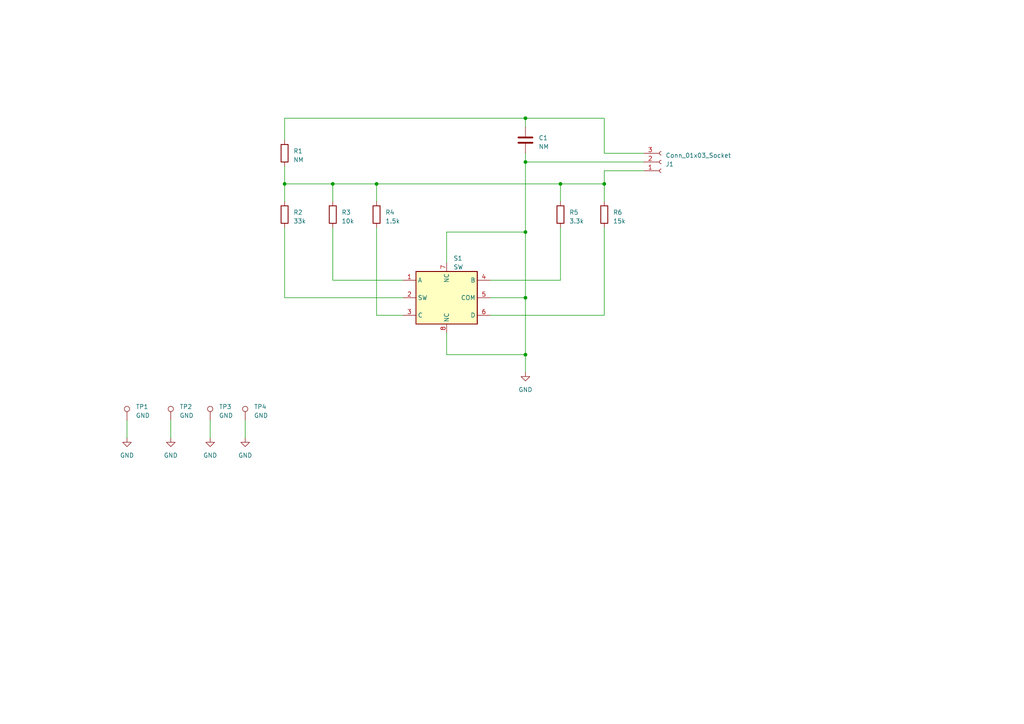
<source format=kicad_sch>
(kicad_sch (version 20230121) (generator eeschema)
  (paper "A4")
  (lib_symbols
    (symbol "Connector:Conn_01x03_Socket" (pin_names (offset 1.016) hide)
      (property "Reference" "J" (at 0 5.08 0))
      (property "Value" "Conn_01x03_Socket" (at 0 -5.08 0))
      (symbol "Conn_01x03_Socket_1_1"
        (arc (start 0 -2.032) (mid -0.5058 -2.54) (end 0 -3.048) (stroke (width 0.1524)))
        (polyline (pts (xy -1.27 -2.54) (xy -0.508 -2.54)) (stroke (width 0.1524)))
        (polyline (pts (xy -1.27 0) (xy -0.508 0)) (stroke (width 0.1524)))
        (polyline (pts (xy -1.27 2.54) (xy -0.508 2.54)) (stroke (width 0.1524)))
        (arc (start 0 0.508) (mid -0.5058 0) (end 0 -0.508) (stroke (width 0.1524)))
        (arc (start 0 3.048) (mid -0.5058 2.54) (end 0 2.032) (stroke (width 0.1524)))
        (pin passive line (at -5.08 2.54 0) (length 3.81) (name "Pin_1") (number "1"))
        (pin passive line (at -5.08 0 0) (length 3.81) (name "Pin_2") (number "2"))
        (pin passive line (at -5.08 -2.54 0) (length 3.81) (name "Pin_3") (number "3"))
      )
    )
    (symbol "Connector:TestPoint" (pin_numbers hide) (pin_names (offset 0.762) hide)
      (property "Reference" "TP" (at 0 6.858 0))
      (property "Value" "TestPoint" (at 0 5.08 0))
      (symbol "TestPoint_0_1"
        (circle (center 0 3.302) (radius 0.762))
      )
      (symbol "TestPoint_1_1"
        (pin passive line (at 0 0 90) (length 2.54) (name "1") (number "1"))
      )
    )
    (symbol "Device:C" (pin_numbers hide) (pin_names (offset 0.254))
      (property "Reference" "C" (at 0.635 2.54 0))
      (property "Value" "C" (at 0.635 -2.54 0))
      (symbol "C_0_1"
        (polyline (pts (xy -2.032 -0.762) (xy 2.032 -0.762)) (stroke (width 0.508)))
        (polyline (pts (xy -2.032 0.762) (xy 2.032 0.762)) (stroke (width 0.508)))
      )
      (symbol "C_1_1"
        (pin passive line (at 0 3.81 270) (length 2.794) (name "~") (number "1"))
        (pin passive line (at 0 -3.81 90) (length 2.794) (name "~") (number "2"))
      )
    )
    (symbol "Device:R" (pin_numbers hide) (pin_names (offset 0))
      (property "Reference" "R" (at 2.032 0 90))
      (property "Value" "R" (at 0 0 90))
      (symbol "R_0_1"
        (rectangle (start -1.016 -2.54) (end 1.016 2.54) (stroke (width 0.254)))
      )
      (symbol "R_1_1"
        (pin passive line (at 0 3.81 270) (length 1.27) (name "~") (number "1"))
        (pin passive line (at 0 -3.81 90) (length 1.27) (name "~") (number "2"))
      )
    )
    (symbol "power:GND" (power) (pin_names (offset 0))
      (property "Value" "GND" (at 0 -3.81 0))
      (symbol "GND_0_1"
        (polyline (pts (xy 0 0) (xy 0 -1.27) (xy 1.27 -1.27) (xy 0 -2.54) (xy -1.27 -1.27) (xy 0 -1.27)))
      )
      (symbol "GND_1_1"
        (pin power_in line (at 0 0 270) (length 0) hide (name "GND") (number "1"))
      )
    )
    (symbol "usr_Library:SKRHAAE010"
      (property "Reference" "U" (at -10.16 8.89 0))
      (property "Value" "SW" (at 2.54 8.89 0))
      (symbol "SKRHAAE010_0_1"
        (rectangle (start -8.89 7.62) (end 8.89 -7.62) (stroke (width 0.254)) (fill (type background)))
        (rectangle (start -8.89 7.62) (end 8.89 -7.62) (stroke (width 0.254)) (fill (type background)))
      )
      (symbol "SKRHAAE010_1_0"
        (pin input line (at 0 10.16 270) (length 2.54) (name "NC") (number "7"))
        (pin input line (at 0 -10.16 90) (length 2.54) (name "NC") (number "8"))
      )
      (symbol "SKRHAAE010_1_1"
        (pin output line (at -12.7 5.08 0) (length 3.81) (name "A") (number "1"))
        (pin output line (at -12.7 0 0) (length 3.81) (name "SW") (number "2"))
        (pin output line (at -12.7 -5.08 0) (length 3.81) (name "C") (number "3"))
        (pin output line (at 12.7 5.08 180) (length 3.81) (name "B") (number "4"))
        (pin input line (at 12.7 0 180) (length 3.81) (name "COM") (number "5"))
        (pin output line (at 12.7 -5.08 180) (length 3.81) (name "D") (number "6"))
      )
    )
  )
  (junction (at 152.4 46.99))
  (junction (at 162.56 53.34))
  (junction (at 175.26 53.34))
  (junction (at 96.52 53.34))
  (junction (at 152.4 34.29))
  (junction (at 82.55 53.34))
  (junction (at 152.4 102.87))
  (junction (at 109.22 53.34))
  (junction (at 152.4 86.36))
  (junction (at 152.4 67.31))
  (wire (pts (xy 175.26 44.45) (xy 175.26 34.29)))
  (wire (pts (xy 152.4 46.99) (xy 152.4 67.31)))
  (wire (pts (xy 152.4 46.99) (xy 186.69 46.99)))
  (wire (pts (xy 109.22 66.04) (xy 109.22 91.44)))
  (wire (pts (xy 175.26 91.44) (xy 175.26 66.04)))
  (wire (pts (xy 96.52 53.34) (xy 82.55 53.34)))
  (wire (pts (xy 129.54 96.52) (xy 129.54 102.87)))
  (wire (pts (xy 82.55 53.34) (xy 82.55 58.42)))
  (wire (pts (xy 82.55 34.29) (xy 152.4 34.29)))
  (wire (pts (xy 82.55 40.64) (xy 82.55 34.29)))
  (wire (pts (xy 152.4 34.29) (xy 175.26 34.29)))
  (wire (pts (xy 109.22 91.44) (xy 116.84 91.44)))
  (wire (pts (xy 96.52 81.28) (xy 96.52 66.04)))
  (wire (pts (xy 49.53 121.92) (xy 49.53 127)))
  (wire (pts (xy 96.52 53.34) (xy 96.52 58.42)))
  (wire (pts (xy 60.96 121.92) (xy 60.96 127)))
  (wire (pts (xy 142.24 91.44) (xy 175.26 91.44)))
  (wire (pts (xy 71.12 121.92) (xy 71.12 127)))
  (wire (pts (xy 116.84 81.28) (xy 96.52 81.28)))
  (wire (pts (xy 109.22 53.34) (xy 96.52 53.34)))
  (wire (pts (xy 82.55 48.26) (xy 82.55 53.34)))
  (wire (pts (xy 152.4 44.45) (xy 152.4 46.99)))
  (wire (pts (xy 175.26 58.42) (xy 175.26 53.34)))
  (wire (pts (xy 186.69 49.53) (xy 175.26 49.53)))
  (wire (pts (xy 162.56 81.28) (xy 142.24 81.28)))
  (wire (pts (xy 175.26 53.34) (xy 162.56 53.34)))
  (wire (pts (xy 175.26 49.53) (xy 175.26 53.34)))
  (wire (pts (xy 129.54 67.31) (xy 152.4 67.31)))
  (wire (pts (xy 162.56 53.34) (xy 162.56 58.42)))
  (wire (pts (xy 186.69 44.45) (xy 175.26 44.45)))
  (wire (pts (xy 162.56 53.34) (xy 109.22 53.34)))
  (wire (pts (xy 82.55 86.36) (xy 116.84 86.36)))
  (wire (pts (xy 129.54 102.87) (xy 152.4 102.87)))
  (wire (pts (xy 36.83 121.92) (xy 36.83 127)))
  (wire (pts (xy 162.56 66.04) (xy 162.56 81.28)))
  (wire (pts (xy 109.22 53.34) (xy 109.22 58.42)))
  (wire (pts (xy 129.54 76.2) (xy 129.54 67.31)))
  (wire (pts (xy 152.4 86.36) (xy 142.24 86.36)))
  (wire (pts (xy 152.4 34.29) (xy 152.4 36.83)))
  (wire (pts (xy 152.4 67.31) (xy 152.4 86.36)))
  (wire (pts (xy 152.4 107.95) (xy 152.4 102.87)))
  (wire (pts (xy 82.55 66.04) (xy 82.55 86.36)))
  (wire (pts (xy 152.4 102.87) (xy 152.4 86.36)))
  (symbol (lib_id "Device:R") (at 109.22 62.23 180) (unit 1)
    (property "Reference" "R4" (at 111.76 61.595 0) (effects (justify right)))
    (property "Value" "1.5k" (at 111.76 64.135 0) (effects (justify right)))
    (property "Footprint" "Resistor_THT:R_Axial_DIN0207_L6.3mm_D2.5mm_P7.62mm_Horizontal" (effects hide))
    (property "Datasheet" "R-25152" (effects hide))
  )
  (symbol (lib_id "power:GND") (at 60.96 127 0) (unit 1)
    (property "Reference" "#PWR05" (effects hide))
    (property "Value" "GND" (at 60.96 132.08 0))
  )
  (symbol (lib_id "Connector:TestPoint") (at 71.12 121.92 0) (unit 1)
    (property "Reference" "TP4" (at 73.66 117.983 0) (effects (justify left)))
    (property "Value" "GND" (at 73.66 120.523 0) (effects (justify left)))
    (property "Footprint" "usr-Library:TestPoint_Plated_Hole_D3.0mm" (effects hide))
  )
  (symbol (lib_id "Device:R") (at 96.52 62.23 180) (unit 1)
    (property "Reference" "R3" (at 99.06 61.595 0) (effects (justify right)))
    (property "Value" "10k" (at 99.06 64.135 0) (effects (justify right)))
    (property "Footprint" "Resistor_THT:R_Axial_DIN0207_L6.3mm_D2.5mm_P7.62mm_Horizontal" (effects hide))
    (property "Datasheet" "R-25103" (effects hide))
  )
  (symbol (lib_id "Device:R") (at 82.55 62.23 180) (unit 1)
    (property "Reference" "R2" (at 85.09 61.595 0) (effects (justify right)))
    (property "Value" "33k" (at 85.09 64.135 0) (effects (justify right)))
    (property "Footprint" "Resistor_THT:R_Axial_DIN0207_L6.3mm_D2.5mm_P7.62mm_Horizontal" (effects hide))
    (property "Datasheet" "R-25333" (effects hide))
  )
  (symbol (lib_id "power:GND") (at 71.12 127 0) (unit 1)
    (property "Reference" "#PWR06" (effects hide))
    (property "Value" "GND" (at 71.12 132.08 0))
  )
  (symbol (lib_id "Device:R") (at 162.56 62.23 180) (unit 1)
    (property "Reference" "R5" (at 165.1 61.595 0) (effects (justify right)))
    (property "Value" "3.3k" (at 165.1 64.135 0) (effects (justify right)))
    (property "Footprint" "Resistor_THT:R_Axial_DIN0207_L6.3mm_D2.5mm_P7.62mm_Horizontal" (effects hide))
    (property "Datasheet" "R-25332" (effects hide))
  )
  (symbol (lib_id "power:GND") (at 152.4 107.95 0) (unit 1)
    (property "Reference" "#PWR01" (effects hide))
    (property "Value" "GND" (at 152.4 113.03 0))
  )
  (symbol (lib_id "power:GND") (at 49.53 127 0) (unit 1)
    (property "Reference" "#PWR04" (effects hide))
    (property "Value" "GND" (at 49.53 132.08 0))
  )
  (symbol (lib_id "Device:R") (at 175.26 62.23 180) (unit 1)
    (property "Reference" "R6" (at 177.8 61.595 0) (effects (justify right)))
    (property "Value" "15k" (at 177.8 64.135 0) (effects (justify right)))
    (property "Footprint" "Resistor_THT:R_Axial_DIN0207_L6.3mm_D2.5mm_P7.62mm_Horizontal" (effects hide))
    (property "Datasheet" "R-25153" (effects hide))
  )
  (symbol (lib_id "Connector:TestPoint") (at 60.96 121.92 0) (unit 1)
    (property "Reference" "TP3" (at 63.5 117.983 0) (effects (justify left)))
    (property "Value" "GND" (at 63.5 120.523 0) (effects (justify left)))
    (property "Footprint" "usr-Library:TestPoint_Plated_Hole_D3.0mm" (effects hide))
  )
  (symbol (lib_id "Connector:Conn_01x03_Socket") (at 191.77 46.99 0) (mirror x) (unit 1)
    (property "Reference" "J1" (at 193.04 47.625 0) (effects (justify left)))
    (property "Value" "Conn_01x03_Socket" (at 193.04 45.085 0) (effects (justify left)))
    (property "Footprint" "Connector_PinSocket_2.54mm:PinSocket_1x03_P2.54mm_Vertical" (effects hide))
    (property "Datasheet" "C-00167" (effects hide))
  )
  (symbol (lib_id "Connector:TestPoint") (at 49.53 121.92 0) (unit 1)
    (property "Reference" "TP2" (at 52.07 117.983 0) (effects (justify left)))
    (property "Value" "GND" (at 52.07 120.523 0) (effects (justify left)))
    (property "Footprint" "usr-Library:TestPoint_Plated_Hole_D3.0mm" (effects hide))
  )
  (symbol (lib_id "Connector:TestPoint") (at 36.83 121.92 0) (unit 1)
    (property "Reference" "TP1" (at 39.37 117.983 0) (effects (justify left)))
    (property "Value" "GND" (at 39.37 120.523 0) (effects (justify left)))
    (property "Footprint" "usr-Library:TestPoint_Plated_Hole_D3.0mm" (effects hide))
  )
  (symbol (lib_id "power:GND") (at 36.83 127 0) (unit 1)
    (property "Reference" "#PWR03" (effects hide))
    (property "Value" "GND" (at 36.83 132.08 0))
  )
  (symbol (lib_id "Device:C") (at 152.4 40.64 0) (unit 1)
    (property "Reference" "C1" (at 156.21 40.005 0) (effects (justify left)))
    (property "Value" "NM" (at 156.21 42.545 0) (effects (justify left)))
    (property "Footprint" "Capacitor_THT:C_Disc_D3.4mm_W2.1mm_P2.50mm" (effects hide))
  )
  (symbol (lib_id "Device:R") (at 82.55 44.45 180) (unit 1)
    (property "Reference" "R1" (at 85.09 43.815 0) (effects (justify right)))
    (property "Value" "NM" (at 85.09 46.355 0) (effects (justify right)))
    (property "Footprint" "Resistor_THT:R_Axial_DIN0207_L6.3mm_D2.5mm_P7.62mm_Horizontal" (effects hide))
    (property "Datasheet" "R-25103" (effects hide))
  )
  (symbol (lib_id "usr_Library:SKRHAAE010") (at 129.54 86.36 0) (unit 1)
    (property "Reference" "S1" (at 131.4959 74.93 0) (effects (justify left)))
    (property "Value" "SW" (at 131.4959 77.47 0) (effects (justify left)))
    (property "Footprint" "usr-Library:SO-SW" (effects hide))
    (property "Datasheet" "P-14676" (effects hide))
  )
)
</source>
